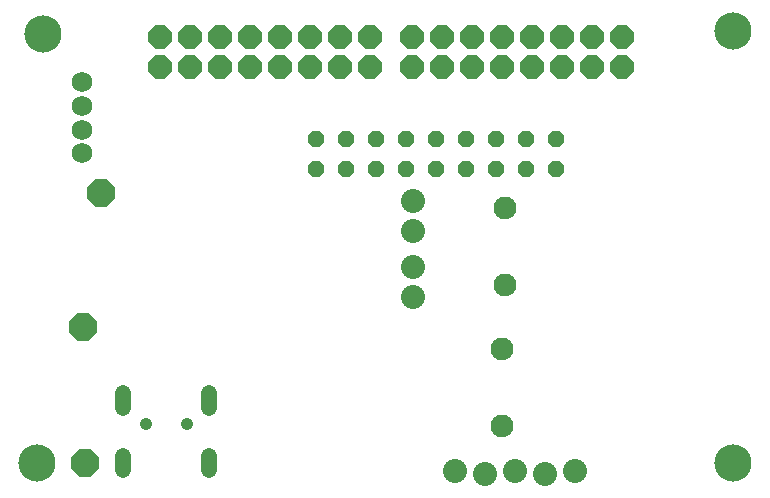
<source format=gbs>
G75*
%MOIN*%
%OFA0B0*%
%FSLAX25Y25*%
%IPPOS*%
%LPD*%
%AMOC8*
5,1,8,0,0,1.08239X$1,22.5*
%
%ADD10C,0.12400*%
%ADD11OC8,0.05324*%
%ADD12OC8,0.08000*%
%ADD13C,0.07600*%
%ADD14C,0.06899*%
%ADD15C,0.08000*%
%ADD16OC8,0.09100*%
%ADD17C,0.05324*%
%ADD18C,0.04143*%
D10*
X0015644Y0024400D03*
X0017644Y0167400D03*
X0247644Y0168400D03*
X0247644Y0024400D03*
D11*
X0188644Y0122400D03*
X0178644Y0122400D03*
X0168644Y0122400D03*
X0158644Y0122400D03*
X0148644Y0122400D03*
X0138644Y0122400D03*
X0128644Y0122400D03*
X0118644Y0122400D03*
X0108644Y0122400D03*
X0108644Y0132400D03*
X0118644Y0132400D03*
X0128644Y0132400D03*
X0138644Y0132400D03*
X0148644Y0132400D03*
X0158644Y0132400D03*
X0168644Y0132400D03*
X0178644Y0132400D03*
X0188644Y0132400D03*
D12*
X0190644Y0156400D03*
X0180644Y0156400D03*
X0170644Y0156400D03*
X0160644Y0156400D03*
X0150644Y0156400D03*
X0140644Y0156400D03*
X0140644Y0166400D03*
X0150644Y0166400D03*
X0160644Y0166400D03*
X0170644Y0166400D03*
X0180644Y0166400D03*
X0190644Y0166400D03*
X0200644Y0166400D03*
X0210644Y0166400D03*
X0210644Y0156400D03*
X0200644Y0156400D03*
X0126644Y0156400D03*
X0116644Y0156400D03*
X0106644Y0156400D03*
X0096644Y0156400D03*
X0086644Y0156400D03*
X0076644Y0156400D03*
X0066644Y0156400D03*
X0056644Y0156400D03*
X0056644Y0166400D03*
X0066644Y0166400D03*
X0076644Y0166400D03*
X0086644Y0166400D03*
X0096644Y0166400D03*
X0106644Y0166400D03*
X0116644Y0166400D03*
X0126644Y0166400D03*
D13*
X0171644Y0109195D03*
X0171644Y0083605D03*
X0170644Y0062195D03*
X0170644Y0036605D03*
D14*
X0030644Y0127589D03*
X0030644Y0135463D03*
X0030644Y0143337D03*
X0030644Y0151211D03*
D15*
X0140944Y0111600D03*
X0140944Y0101600D03*
X0140944Y0089600D03*
X0140944Y0079600D03*
X0154944Y0021600D03*
X0164944Y0020600D03*
X0174944Y0021600D03*
X0184944Y0020600D03*
X0194944Y0021600D03*
D16*
X0036944Y0114400D03*
X0031044Y0069500D03*
X0031644Y0024400D03*
D17*
X0044374Y0026667D02*
X0044374Y0021943D01*
X0073115Y0021943D02*
X0073115Y0026667D01*
X0073115Y0042809D02*
X0073115Y0047533D01*
X0044374Y0047533D02*
X0044374Y0042809D01*
D18*
X0051855Y0037297D03*
X0065634Y0037297D03*
M02*

</source>
